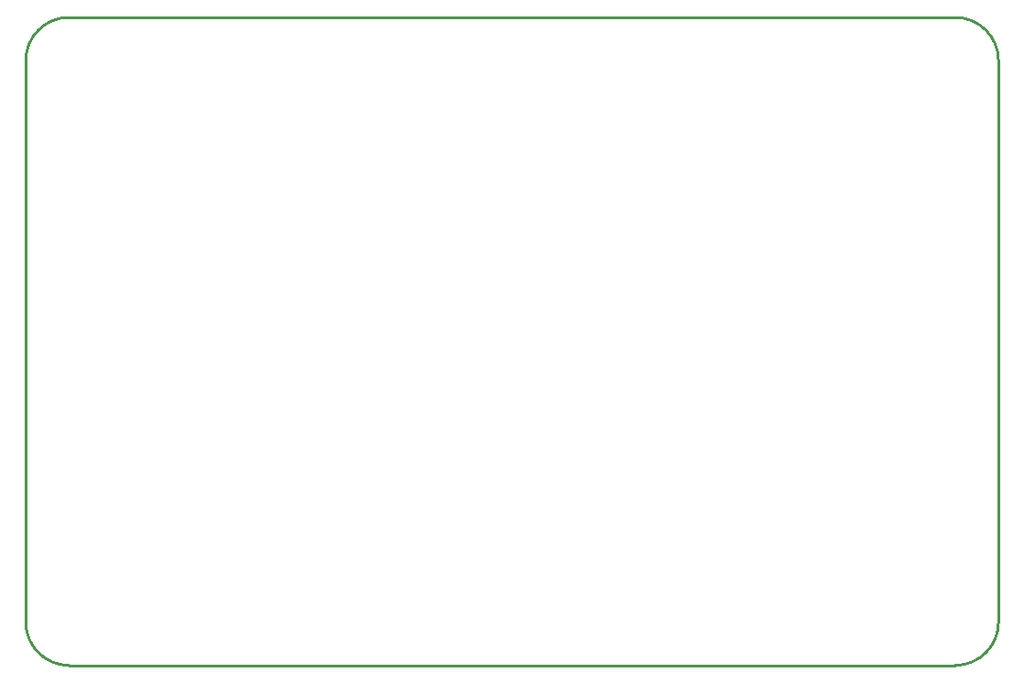
<source format=gko>
G04 Layer: BoardOutlineLayer*
G04 EasyEDA v6.5.42, 2024-06-14 15:22:09*
G04 c9938f0327494006b7a6d6c27fb59d3d,4a14f3a30ed8491299e35303af45cd9c,10*
G04 Gerber Generator version 0.2*
G04 Scale: 100 percent, Rotated: No, Reflected: No *
G04 Dimensions in millimeters *
G04 leading zeros omitted , absolute positions ,4 integer and 5 decimal *
%FSLAX45Y45*%
%MOMM*%

%ADD10C,0.2540*%
D10*
X-5399989Y6599986D02*
G01*
X2799994Y6599986D01*
X-5799988Y999997D02*
G01*
X-5799988Y6199987D01*
X2799994Y599998D02*
G01*
X-5399989Y599998D01*
X3199993Y6199987D02*
G01*
X3199993Y999997D01*
G75*
G01*
X2799994Y6599987D02*
G02*
X3199994Y6199988I0J-399999D01*
G75*
G01*
X3199994Y999998D02*
G02*
X2799994Y599999I-400000J0D01*
G75*
G01*
X-5399989Y599999D02*
G02*
X-5799988Y999998I0J399999D01*
G75*
G01*
X-5799988Y6199988D02*
G02*
X-5399989Y6599987I399999J0D01*

%LPD*%
M02*

</source>
